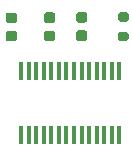
<source format=gtp>
%TF.GenerationSoftware,KiCad,Pcbnew,(5.1.9)-1*%
%TF.CreationDate,2021-07-20T01:30:18-07:00*%
%TF.ProjectId,retrocution-usb-hub,72657472-6f63-4757-9469-6f6e2d757362,rev?*%
%TF.SameCoordinates,Original*%
%TF.FileFunction,Paste,Top*%
%TF.FilePolarity,Positive*%
%FSLAX46Y46*%
G04 Gerber Fmt 4.6, Leading zero omitted, Abs format (unit mm)*
G04 Created by KiCad (PCBNEW (5.1.9)-1) date 2021-07-20 01:30:18*
%MOMM*%
%LPD*%
G01*
G04 APERTURE LIST*
%ADD10R,0.440000X1.525000*%
G04 APERTURE END LIST*
%TO.C,R1*%
G36*
G01*
X147457840Y-93756160D02*
X146907840Y-93756160D01*
G75*
G02*
X146707840Y-93556160I0J200000D01*
G01*
X146707840Y-93156160D01*
G75*
G02*
X146907840Y-92956160I200000J0D01*
G01*
X147457840Y-92956160D01*
G75*
G02*
X147657840Y-93156160I0J-200000D01*
G01*
X147657840Y-93556160D01*
G75*
G02*
X147457840Y-93756160I-200000J0D01*
G01*
G37*
G36*
G01*
X147457840Y-95406160D02*
X146907840Y-95406160D01*
G75*
G02*
X146707840Y-95206160I0J200000D01*
G01*
X146707840Y-94806160D01*
G75*
G02*
X146907840Y-94606160I200000J0D01*
G01*
X147457840Y-94606160D01*
G75*
G02*
X147657840Y-94806160I0J-200000D01*
G01*
X147657840Y-95206160D01*
G75*
G02*
X147457840Y-95406160I-200000J0D01*
G01*
G37*
%TD*%
D10*
%TO.C,IC1*%
X138542280Y-97968520D03*
X139182280Y-97968520D03*
X139822280Y-97968520D03*
X140462280Y-97968520D03*
X141102280Y-97968520D03*
X141742280Y-97968520D03*
X142382280Y-97968520D03*
X143022280Y-97968520D03*
X143662280Y-97968520D03*
X144302280Y-97968520D03*
X144942280Y-97968520D03*
X145582280Y-97968520D03*
X146222280Y-97968520D03*
X146862280Y-97968520D03*
X146862280Y-103392520D03*
X146222280Y-103392520D03*
X145582280Y-103392520D03*
X144942280Y-103392520D03*
X144302280Y-103392520D03*
X143662280Y-103392520D03*
X143022280Y-103392520D03*
X142382280Y-103392520D03*
X141742280Y-103392520D03*
X141102280Y-103392520D03*
X140462280Y-103392520D03*
X139822280Y-103392520D03*
X139182280Y-103392520D03*
X138542280Y-103392520D03*
%TD*%
%TO.C,C3*%
G36*
G01*
X143417480Y-94498040D02*
X143917480Y-94498040D01*
G75*
G02*
X144142480Y-94723040I0J-225000D01*
G01*
X144142480Y-95173040D01*
G75*
G02*
X143917480Y-95398040I-225000J0D01*
G01*
X143417480Y-95398040D01*
G75*
G02*
X143192480Y-95173040I0J225000D01*
G01*
X143192480Y-94723040D01*
G75*
G02*
X143417480Y-94498040I225000J0D01*
G01*
G37*
G36*
G01*
X143417480Y-92948040D02*
X143917480Y-92948040D01*
G75*
G02*
X144142480Y-93173040I0J-225000D01*
G01*
X144142480Y-93623040D01*
G75*
G02*
X143917480Y-93848040I-225000J0D01*
G01*
X143417480Y-93848040D01*
G75*
G02*
X143192480Y-93623040I0J225000D01*
G01*
X143192480Y-93173040D01*
G75*
G02*
X143417480Y-92948040I225000J0D01*
G01*
G37*
%TD*%
%TO.C,C2*%
G36*
G01*
X141204760Y-93870600D02*
X140704760Y-93870600D01*
G75*
G02*
X140479760Y-93645600I0J225000D01*
G01*
X140479760Y-93195600D01*
G75*
G02*
X140704760Y-92970600I225000J0D01*
G01*
X141204760Y-92970600D01*
G75*
G02*
X141429760Y-93195600I0J-225000D01*
G01*
X141429760Y-93645600D01*
G75*
G02*
X141204760Y-93870600I-225000J0D01*
G01*
G37*
G36*
G01*
X141204760Y-95420600D02*
X140704760Y-95420600D01*
G75*
G02*
X140479760Y-95195600I0J225000D01*
G01*
X140479760Y-94745600D01*
G75*
G02*
X140704760Y-94520600I225000J0D01*
G01*
X141204760Y-94520600D01*
G75*
G02*
X141429760Y-94745600I0J-225000D01*
G01*
X141429760Y-95195600D01*
G75*
G02*
X141204760Y-95420600I-225000J0D01*
G01*
G37*
%TD*%
%TO.C,C1*%
G36*
G01*
X137968800Y-93885840D02*
X137468800Y-93885840D01*
G75*
G02*
X137243800Y-93660840I0J225000D01*
G01*
X137243800Y-93210840D01*
G75*
G02*
X137468800Y-92985840I225000J0D01*
G01*
X137968800Y-92985840D01*
G75*
G02*
X138193800Y-93210840I0J-225000D01*
G01*
X138193800Y-93660840D01*
G75*
G02*
X137968800Y-93885840I-225000J0D01*
G01*
G37*
G36*
G01*
X137968800Y-95435840D02*
X137468800Y-95435840D01*
G75*
G02*
X137243800Y-95210840I0J225000D01*
G01*
X137243800Y-94760840D01*
G75*
G02*
X137468800Y-94535840I225000J0D01*
G01*
X137968800Y-94535840D01*
G75*
G02*
X138193800Y-94760840I0J-225000D01*
G01*
X138193800Y-95210840D01*
G75*
G02*
X137968800Y-95435840I-225000J0D01*
G01*
G37*
%TD*%
M02*

</source>
